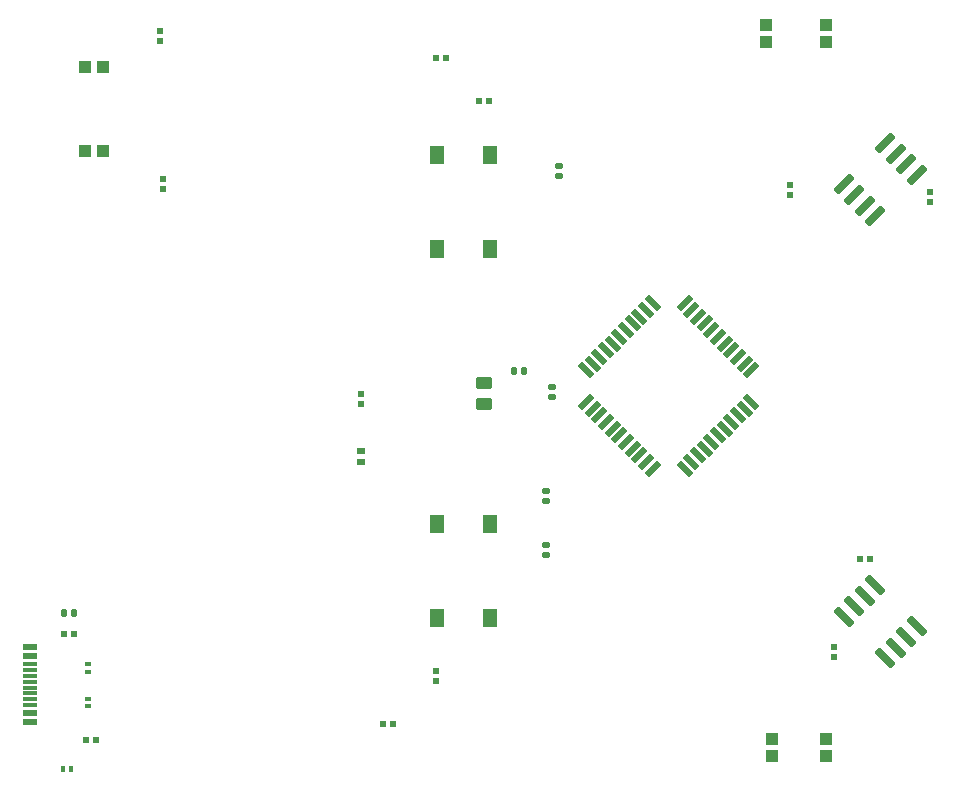
<source format=gtp>
G04*
G04 #@! TF.GenerationSoftware,Altium Limited,Altium Designer,25.5.2 (35)*
G04*
G04 Layer_Color=8421504*
%FSLAX25Y25*%
%MOIN*%
G70*
G04*
G04 #@! TF.SameCoordinates,D66E9047-1B96-4A49-AC18-2C29B9855DE9*
G04*
G04*
G04 #@! TF.FilePolarity,Positive*
G04*
G01*
G75*
%ADD19R,0.05118X0.06102*%
%ADD20R,0.02362X0.02126*%
%ADD21R,0.02126X0.02362*%
G04:AMPARAMS|DCode=22|XSize=77.56mil|YSize=23.62mil|CornerRadius=2.95mil|HoleSize=0mil|Usage=FLASHONLY|Rotation=45.000|XOffset=0mil|YOffset=0mil|HoleType=Round|Shape=RoundedRectangle|*
%AMROUNDEDRECTD22*
21,1,0.07756,0.01772,0,0,45.0*
21,1,0.07165,0.02362,0,0,45.0*
1,1,0.00591,0.03160,0.01907*
1,1,0.00591,-0.01907,-0.03160*
1,1,0.00591,-0.03160,-0.01907*
1,1,0.00591,0.01907,0.03160*
%
%ADD22ROUNDEDRECTD22*%
%ADD23R,0.04016X0.04095*%
G04:AMPARAMS|DCode=24|XSize=40mil|YSize=55mil|CornerRadius=5mil|HoleSize=0mil|Usage=FLASHONLY|Rotation=90.000|XOffset=0mil|YOffset=0mil|HoleType=Round|Shape=RoundedRectangle|*
%AMROUNDEDRECTD24*
21,1,0.04000,0.04500,0,0,90.0*
21,1,0.03000,0.05500,0,0,90.0*
1,1,0.01000,0.02250,0.01500*
1,1,0.01000,0.02250,-0.01500*
1,1,0.01000,-0.02250,-0.01500*
1,1,0.01000,-0.02250,0.01500*
%
%ADD24ROUNDEDRECTD24*%
G04:AMPARAMS|DCode=25|XSize=59.06mil|YSize=19.68mil|CornerRadius=0mil|HoleSize=0mil|Usage=FLASHONLY|Rotation=45.000|XOffset=0mil|YOffset=0mil|HoleType=Round|Shape=Rectangle|*
%AMROTATEDRECTD25*
4,1,4,-0.01392,-0.02784,-0.02784,-0.01392,0.01392,0.02784,0.02784,0.01392,-0.01392,-0.02784,0.0*
%
%ADD25ROTATEDRECTD25*%

G04:AMPARAMS|DCode=26|XSize=19.68mil|YSize=59.06mil|CornerRadius=0mil|HoleSize=0mil|Usage=FLASHONLY|Rotation=45.000|XOffset=0mil|YOffset=0mil|HoleType=Round|Shape=Rectangle|*
%AMROTATEDRECTD26*
4,1,4,0.01392,-0.02784,-0.02784,0.01392,-0.01392,0.02784,0.02784,-0.01392,0.01392,-0.02784,0.0*
%
%ADD26ROTATEDRECTD26*%

G04:AMPARAMS|DCode=27|XSize=23.62mil|YSize=21.26mil|CornerRadius=5.63mil|HoleSize=0mil|Usage=FLASHONLY|Rotation=180.000|XOffset=0mil|YOffset=0mil|HoleType=Round|Shape=RoundedRectangle|*
%AMROUNDEDRECTD27*
21,1,0.02362,0.00999,0,0,180.0*
21,1,0.01235,0.02126,0,0,180.0*
1,1,0.01127,-0.00618,0.00500*
1,1,0.01127,0.00618,0.00500*
1,1,0.01127,0.00618,-0.00500*
1,1,0.01127,-0.00618,-0.00500*
%
%ADD27ROUNDEDRECTD27*%
G04:AMPARAMS|DCode=28|XSize=77.56mil|YSize=23.62mil|CornerRadius=2.95mil|HoleSize=0mil|Usage=FLASHONLY|Rotation=315.000|XOffset=0mil|YOffset=0mil|HoleType=Round|Shape=RoundedRectangle|*
%AMROUNDEDRECTD28*
21,1,0.07756,0.01772,0,0,315.0*
21,1,0.07165,0.02362,0,0,315.0*
1,1,0.00591,0.01907,-0.03160*
1,1,0.00591,-0.03160,0.01907*
1,1,0.00591,-0.01907,0.03160*
1,1,0.00591,0.03160,-0.01907*
%
%ADD28ROUNDEDRECTD28*%
G04:AMPARAMS|DCode=29|XSize=23.62mil|YSize=21.26mil|CornerRadius=5.63mil|HoleSize=0mil|Usage=FLASHONLY|Rotation=270.000|XOffset=0mil|YOffset=0mil|HoleType=Round|Shape=RoundedRectangle|*
%AMROUNDEDRECTD29*
21,1,0.02362,0.00999,0,0,270.0*
21,1,0.01235,0.02126,0,0,270.0*
1,1,0.01127,-0.00500,-0.00618*
1,1,0.01127,-0.00500,0.00618*
1,1,0.01127,0.00500,0.00618*
1,1,0.01127,0.00500,-0.00618*
%
%ADD29ROUNDEDRECTD29*%
%ADD30R,0.02362X0.01378*%
%ADD31R,0.01378X0.02362*%
%ADD32R,0.02756X0.02362*%
%ADD33R,0.04095X0.04016*%
%ADD34R,0.04528X0.01181*%
%ADD35R,0.04528X0.02362*%
D19*
X163142Y80350D02*
D03*
Y111650D02*
D03*
X180858Y80350D02*
D03*
Y111650D02*
D03*
Y234650D02*
D03*
Y203350D02*
D03*
X163142Y234650D02*
D03*
Y203350D02*
D03*
D20*
X281000Y224693D02*
D03*
Y221307D02*
D03*
X327500Y218807D02*
D03*
Y222193D02*
D03*
X295500Y70693D02*
D03*
Y67307D02*
D03*
X138000Y151614D02*
D03*
Y155000D02*
D03*
X163000Y62693D02*
D03*
Y59307D02*
D03*
X72000Y226693D02*
D03*
Y223307D02*
D03*
X71000Y272614D02*
D03*
Y276000D02*
D03*
D21*
X307693Y100000D02*
D03*
X304307D02*
D03*
X42386Y75000D02*
D03*
X39000D02*
D03*
X49693Y39500D02*
D03*
X46307D02*
D03*
X145307Y45000D02*
D03*
X148693D02*
D03*
X166386Y267000D02*
D03*
X163000D02*
D03*
X177307Y252500D02*
D03*
X180693D02*
D03*
D22*
X312573Y238479D02*
D03*
X316108Y234944D02*
D03*
X319644Y231408D02*
D03*
X323180Y227873D02*
D03*
X309427Y214121D02*
D03*
X305892Y217656D02*
D03*
X302356Y221192D02*
D03*
X298820Y224727D02*
D03*
D23*
X293000Y272106D02*
D03*
Y277894D02*
D03*
X273000Y272106D02*
D03*
Y277894D02*
D03*
X275000Y39894D02*
D03*
Y34106D02*
D03*
X293000Y39894D02*
D03*
Y34106D02*
D03*
D24*
X179000Y151500D02*
D03*
Y158500D02*
D03*
D25*
X212940Y152211D02*
D03*
X215167Y149984D02*
D03*
X217394Y147756D02*
D03*
X219621Y145529D02*
D03*
X221848Y143302D02*
D03*
X224075Y141075D02*
D03*
X226302Y138848D02*
D03*
X228529Y136621D02*
D03*
X230756Y134394D02*
D03*
X232983Y132167D02*
D03*
X235211Y129939D02*
D03*
X268060Y162789D02*
D03*
X265833Y165016D02*
D03*
X263606Y167244D02*
D03*
X261379Y169471D02*
D03*
X259152Y171698D02*
D03*
X256925Y173925D02*
D03*
X254698Y176152D02*
D03*
X252471Y178379D02*
D03*
X250244Y180606D02*
D03*
X248017Y182833D02*
D03*
X245789Y185061D02*
D03*
D26*
Y129939D02*
D03*
X248017Y132167D02*
D03*
X250244Y134394D02*
D03*
X252471Y136621D02*
D03*
X254698Y138848D02*
D03*
X256925Y141075D02*
D03*
X259152Y143302D02*
D03*
X261379Y145529D02*
D03*
X263606Y147756D02*
D03*
X265833Y149984D02*
D03*
X268060Y152211D02*
D03*
X235211Y185061D02*
D03*
X232983Y182833D02*
D03*
X230756Y180606D02*
D03*
X228529Y178379D02*
D03*
X226302Y176152D02*
D03*
X224075Y173925D02*
D03*
X221848Y171698D02*
D03*
X219621Y169471D02*
D03*
X217394Y167244D02*
D03*
X215167Y165016D02*
D03*
X212940Y162789D02*
D03*
D27*
X199500Y122693D02*
D03*
Y119307D02*
D03*
Y104693D02*
D03*
Y101307D02*
D03*
X204000Y227614D02*
D03*
Y231000D02*
D03*
X201500Y153807D02*
D03*
Y157193D02*
D03*
D28*
X309427Y91180D02*
D03*
X305892Y87644D02*
D03*
X302356Y84108D02*
D03*
X298820Y80573D02*
D03*
X312573Y66821D02*
D03*
X316108Y70356D02*
D03*
X319644Y73892D02*
D03*
X323180Y77427D02*
D03*
D29*
X39000Y82000D02*
D03*
X42386D02*
D03*
X188807Y162500D02*
D03*
X192193D02*
D03*
D30*
X47000Y62221D02*
D03*
Y64780D02*
D03*
Y53280D02*
D03*
Y50721D02*
D03*
D31*
X38721Y30000D02*
D03*
X41280D02*
D03*
D32*
X138000Y132130D02*
D03*
Y135870D02*
D03*
D33*
X51894Y264000D02*
D03*
X46106D02*
D03*
X51894Y236000D02*
D03*
X46106D02*
D03*
D34*
X27461Y64890D02*
D03*
Y62921D02*
D03*
Y60953D02*
D03*
Y58984D02*
D03*
Y57016D02*
D03*
Y55047D02*
D03*
Y53079D02*
D03*
Y51110D02*
D03*
D35*
Y48551D02*
D03*
Y67449D02*
D03*
Y70598D02*
D03*
Y45402D02*
D03*
M02*

</source>
